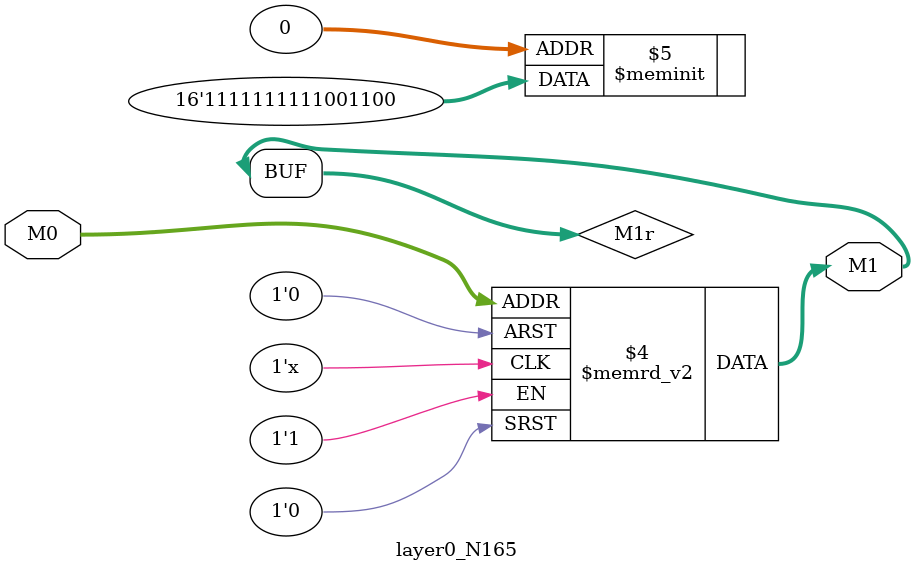
<source format=v>
module layer0_N165 ( input [2:0] M0, output [1:0] M1 );

	(*rom_style = "distributed" *) reg [1:0] M1r;
	assign M1 = M1r;
	always @ (M0) begin
		case (M0)
			3'b000: M1r = 2'b00;
			3'b100: M1r = 2'b11;
			3'b010: M1r = 2'b00;
			3'b110: M1r = 2'b11;
			3'b001: M1r = 2'b11;
			3'b101: M1r = 2'b11;
			3'b011: M1r = 2'b11;
			3'b111: M1r = 2'b11;

		endcase
	end
endmodule

</source>
